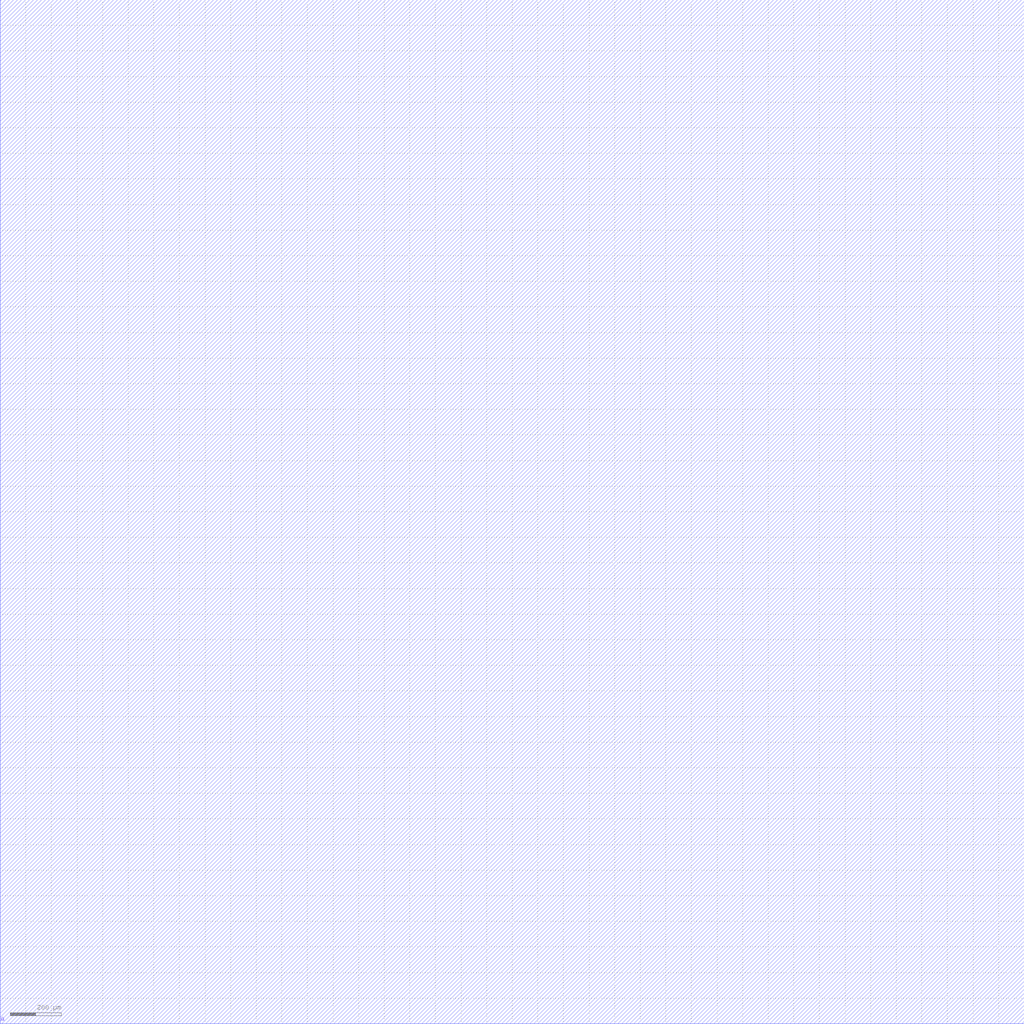
<source format=lef>
VERSION 5.7 ;
BUSBITCHARS "[]" ;
DIVIDERCHAR "/" ;

UNITS
  DATABASE MICRONS 2000 ;
END UNITS

MANUFACTURINGGRID 0.0025 ;

LAYER poly
  TYPE MASTERSLICE ;
END poly

LAYER contact
  TYPE CUT ;
  SPACING 0.075 ;
  PROPERTY contactResistance 10.5 ;
END contact

LAYER metal1
  TYPE ROUTING ;
  DIRECTION HORIZONTAL ;
  PITCH 0.19 ;
  WIDTH 0.065 ;
  SPACING 0.065 ;
  RESISTANCE RPERSQ 0.38 ;
END metal1

SITE CoreSite
  CLASS CORE ;
  SIZE 0.38 BY 1.71 ;
END CoreSite

MACRO dummy
    CLASS CORE ;
    FOREIGN dummy 0.000 0.000 ;
    ORIGIN 0.000 0.000 ;
    SIZE 15.00 BY 3.00 ;
    SYMMETRY X Y ;
    SITE CoreSite ;
    PIN o
        DIRECTION OUTPUT ;
        PORT
        LAYER metal1 ;
        RECT 0.695 0.150 0.825 1.255 ;
        RECT 0.625 0.150 0.885 0.28 ;
        END
    END o
    PIN a
        DIRECTION INPUT ;
        PORT
        LAYER metal1 ;
        RECT 0.315 0.340 0.51 0.405 ;
        END
    END a
END dummy

MACRO typeA
    CLASS CORE ;
    FOREIGN typeA 0.000 0.000 ;
    ORIGIN 0.000 0.000 ;
    SIZE 4000.00 BY 4000.00 ;
    SYMMETRY X Y ;
    SITE CoreSite ;
    PIN o
        DIRECTION OUTPUT ;
        PORT
        LAYER metal1 ;
        RECT 0.695 0.150 0.825 1.255 ;
        RECT 0.625 0.150 0.885 0.28 ;
        END
    END o
    PIN a
        DIRECTION INPUT ;
        PORT
        LAYER metal1 ;
        RECT 0.315 0.340 0.51 0.405 ;
        END
    END a
END typeA

MACRO typeB
    CLASS CORE ;
    FOREIGN typeB 0.000 0.000 ;
    ORIGIN 0.000 0.000 ;
    SIZE 3.00 BY 6.00 ;
    SYMMETRY X Y ;
    SITE CoreSite ;
    PIN o
        DIRECTION OUTPUT ;
        PORT
        LAYER metal1 ;
        RECT 0.695 0.150 0.825 1.255 ;
        RECT 0.625 0.150 0.885 0.28 ;
        END
    END o
    PIN a
        DIRECTION INPUT ;
        PORT
        LAYER metal1 ;
        RECT 0.315 0.340 0.51 0.405 ;
        END
    END a
END typeB


MACRO na02f80
    CLASS CORE ;
    FOREIGN na02f80 0.000 0.000 ;
    ORIGIN 0.000 0.000 ;
    SIZE 30.400 BY 1.71 ;
    SYMMETRY X Y ;
    SITE CoreSite ;
    PIN o
        DIRECTION OUTPUT ;
        PORT
        LAYER metal1 ;
        RECT 12.000 0.110 14.6 1.215 ;
        RECT 11.400 0.725 16.795 1.245 ;
        RECT 12.000 0.110 24.025 0.175 ;
        RECT 21.400 0.110 24.0 0.5 ;
        END
    END o
    PIN a
        DIRECTION INPUT ;
        PORT
        LAYER metal1 ;
        RECT 1.800 0.535 9.405 0.665 ;
        END
    END a
    PIN b
        DIRECTION INPUT ;
        PORT
        LAYER metal1 ;
        RECT 17.200 0.540 24.09 0.67 ;
        END
    END b
END na02f80

</source>
